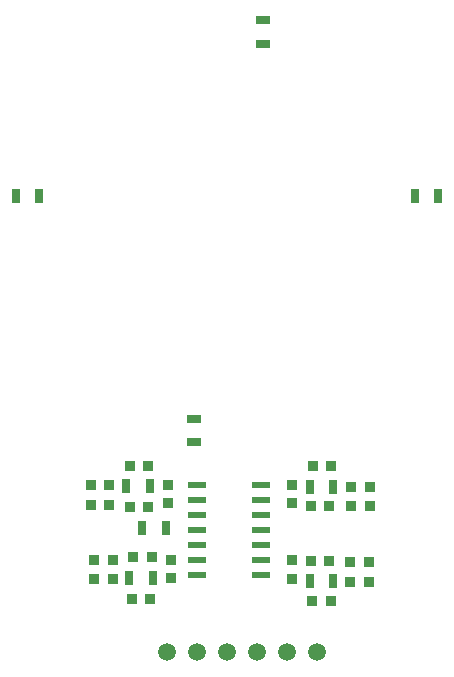
<source format=gbr>
%TF.GenerationSoftware,Altium Limited,Altium Designer,21.6.4 (81)*%
G04 Layer_Color=255*
%FSLAX43Y43*%
%MOMM*%
%TF.SameCoordinates,7E1728C7-8053-4159-852C-9F5DCDCDAABE*%
%TF.FilePolarity,Positive*%
%TF.FileFunction,Pads,Top*%
%TF.Part,Single*%
G01*
G75*
%TA.AperFunction,SMDPad,CuDef*%
%ADD10R,0.850X0.900*%
%ADD11R,0.800X1.250*%
%ADD12R,0.900X0.850*%
%ADD13R,1.500X0.600*%
%ADD14R,1.250X0.800*%
%TA.AperFunction,ComponentPad*%
%ADD16C,1.500*%
D10*
X-6750Y-19780D02*
D03*
X-8300D02*
D03*
X-6535Y-31030D02*
D03*
X-8085D02*
D03*
X7175Y-31230D02*
D03*
X8725D02*
D03*
X7205Y-19730D02*
D03*
X8755D02*
D03*
X-10000Y-21385D02*
D03*
X-11550D02*
D03*
X-6425Y-27445D02*
D03*
X-7975D02*
D03*
X-11285Y-27705D02*
D03*
X-9735D02*
D03*
X-9735Y-29340D02*
D03*
X-11285D02*
D03*
X-11550Y-23110D02*
D03*
X-10000D02*
D03*
X-6710Y-23235D02*
D03*
X-8260D02*
D03*
X11955Y-27930D02*
D03*
X10405D02*
D03*
X10405Y-29585D02*
D03*
X11955D02*
D03*
X7080Y-27795D02*
D03*
X8630D02*
D03*
X12035Y-23145D02*
D03*
X10485D02*
D03*
Y-21510D02*
D03*
X12035D02*
D03*
X7080Y-23200D02*
D03*
X8630D02*
D03*
D11*
X-6560Y-21490D02*
D03*
X-8560D02*
D03*
X-6310Y-29280D02*
D03*
X-8310D02*
D03*
X-5210Y-24980D02*
D03*
X-7210D02*
D03*
X6950Y-29500D02*
D03*
X8950D02*
D03*
X6950Y-21510D02*
D03*
X8950D02*
D03*
X-15950Y3050D02*
D03*
X-17950D02*
D03*
X17840Y3130D02*
D03*
X15840D02*
D03*
D12*
X-5040Y-21360D02*
D03*
Y-22910D02*
D03*
X-4825Y-29245D02*
D03*
Y-27695D02*
D03*
X5430Y-29320D02*
D03*
Y-27770D02*
D03*
Y-21395D02*
D03*
Y-22945D02*
D03*
D13*
X-2570Y-21385D02*
D03*
Y-22655D02*
D03*
Y-23925D02*
D03*
Y-25195D02*
D03*
X2830Y-27735D02*
D03*
X-2570Y-29005D02*
D03*
Y-27735D02*
D03*
Y-26465D02*
D03*
X2830D02*
D03*
Y-25195D02*
D03*
Y-23925D02*
D03*
Y-22655D02*
D03*
Y-21385D02*
D03*
Y-29005D02*
D03*
D14*
X-2798Y-15768D02*
D03*
Y-17768D02*
D03*
X3000Y15970D02*
D03*
Y17970D02*
D03*
D16*
X-5110Y-35520D02*
D03*
X-2570D02*
D03*
X7540D02*
D03*
X5000D02*
D03*
X2460D02*
D03*
X-80D02*
D03*
%TF.MD5,e3de6bd90b377604c733334d6b7dea78*%
M02*

</source>
